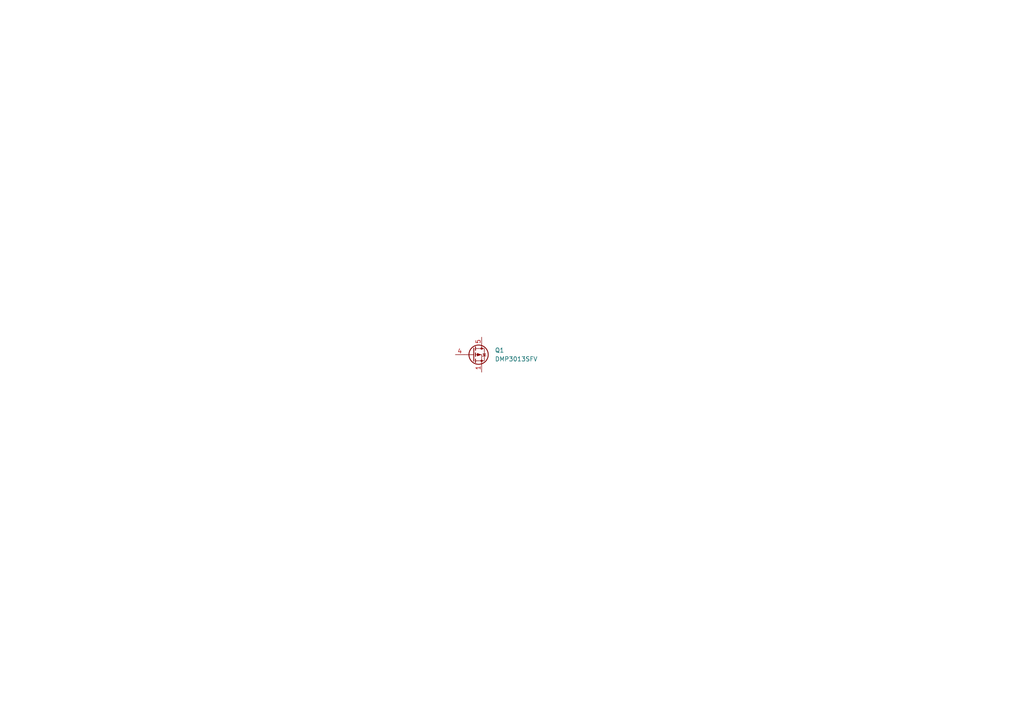
<source format=kicad_sch>
(kicad_sch (version 20231120) (generator "eeschema") (generator_version "8.0")
  (paper "A4")
  (lib_symbols
    (symbol "Transistor_FET:DMP3013SFV" (pin_names hide)
      (property "Reference" "Q" (at 5.08 1.905 0))
      (property "Value" "DMP3013SFV" (at 5.08 0 0))
      (symbol "DMP3013SFV_0_1"
        (polyline (pts (xy 0.254 0) (xy -2.54 0)))
        (polyline (pts (xy 0.254 1.905) (xy 0.254 -1.905)) (stroke (width 0.254)))
        (polyline (pts (xy 0.762 -1.27) (xy 0.762 -2.286)) (stroke (width 0.254)))
        (polyline (pts (xy 0.762 0.508) (xy 0.762 -0.508)) (stroke (width 0.254)))
        (polyline (pts (xy 0.762 2.286) (xy 0.762 1.27)) (stroke (width 0.254)))
        (polyline (pts (xy 2.54 2.54) (xy 2.54 1.778)))
        (polyline (pts (xy 2.54 -2.54) (xy 2.54 0) (xy 0.762 0)))
        (polyline (pts (xy 0.762 1.778) (xy 3.302 1.778) (xy 3.302 -1.778) (xy 0.762 -1.778)))
        (polyline (pts (xy 2.286 0) (xy 1.27 0.381) (xy 1.27 -0.381) (xy 2.286 0)) (fill (type outline)))
        (polyline (pts (xy 2.794 -0.508) (xy 2.921 -0.381) (xy 3.683 -0.381) (xy 3.81 -0.254)))
        (polyline (pts (xy 3.302 -0.381) (xy 2.921 0.254) (xy 3.683 0.254) (xy 3.302 -0.381)))
        (circle (center 1.651 0) (radius 2.794) (stroke (width 0.254)))
        (circle (center 2.54 -1.778) (radius 0.254) (fill (type outline)))
        (circle (center 2.54 1.778) (radius 0.254) (fill (type outline)))
      )
      (symbol "DMP3013SFV_1_1"
        (pin passive line (at 2.54 -5.08 90) (length 2.54) (name "S") (number "1"))
        (pin passive line (at 2.54 -5.08 90) (length 2.54) hide (name "S") (number "2"))
        (pin passive line (at 2.54 -5.08 90) (length 2.54) hide (name "S") (number "3"))
        (pin passive line (at -5.08 0 0) (length 2.54) (name "G") (number "4"))
        (pin passive line (at 2.54 5.08 270) (length 2.54) (name "D") (number "5"))
      )
    )
  )
  (symbol (lib_id "Transistor_FET:DMP3013SFV") (at 137.16 102.87 0) (unit 1)
    (property "Reference" "Q1" (at 143.51 101.5999 0) (effects (justify left)))
    (property "Value" "DMP3013SFV" (at 143.51 104.1399 0) (effects (justify left)))
    (property "Footprint" "Package_SON:Diodes_PowerDI3333-8" (effects (hide yes)))
    (property "Datasheet" "https://www.diodes.com/assets/Datasheets/DMP3013SFV.pdf" (effects (hide yes)))
    (property "Description" "-12A Id, -30V Vds, P-Channel Power MOSFET, 9.5mOhm Ron, 33.7nC Qg (typ), PowerDI3333-8" (effects (hide yes)))
  )
)
</source>
